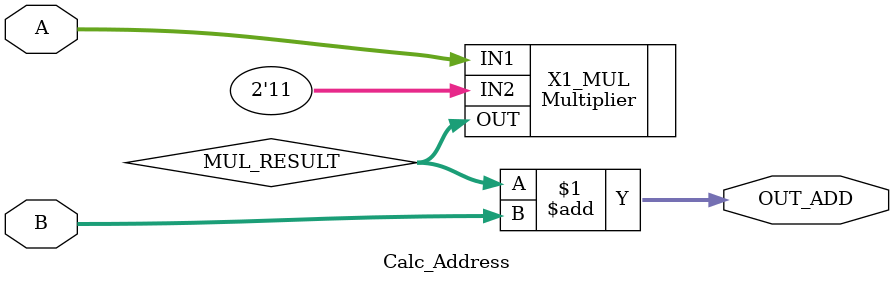
<source format=v>
module Calc_Address(
    input      wire      [1:0]    A, B,
    output     wire      [3:0]    OUT_ADD
);

wire     [3:0]  MUL_RESULT;

Multiplier #(.DATA_WIDTH(2)) X1_MUL (
    .IN1(A),
    .IN2(2'd3),
    .OUT(MUL_RESULT)
);
assign OUT_ADD = MUL_RESULT +  B;
endmodule 
</source>
